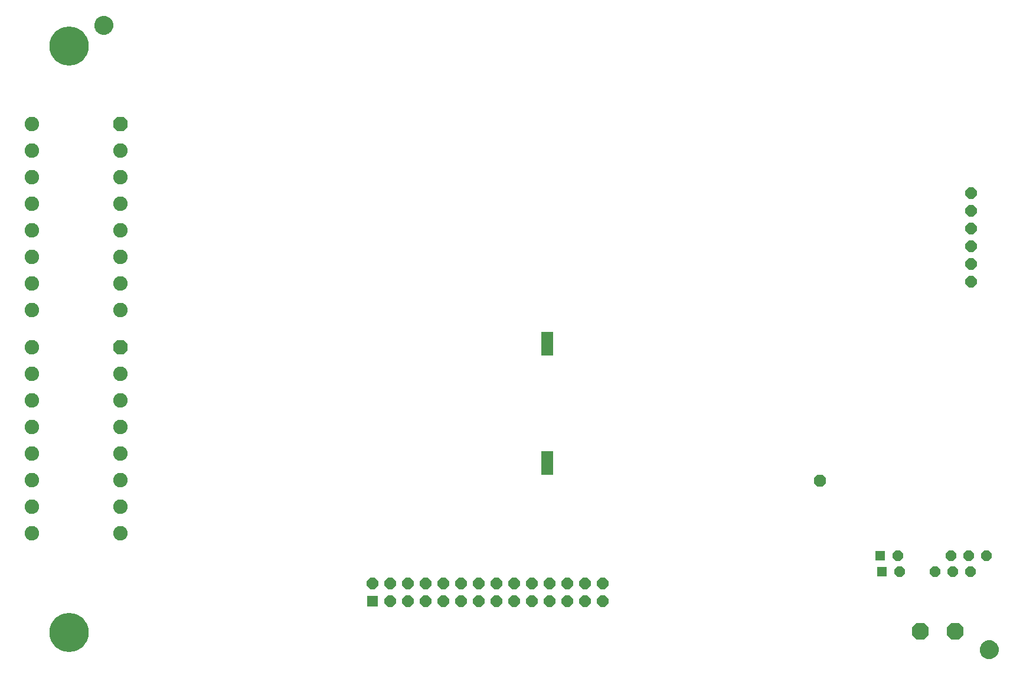
<source format=gbs>
G75*
%MOIN*%
%OFA0B0*%
%FSLAX25Y25*%
%IPPOS*%
%LPD*%
%AMOC8*
5,1,8,0,0,1.08239X$1,22.5*
%
%ADD10R,0.06500X0.13500*%
%ADD11C,0.13098*%
%ADD12OC8,0.06406*%
%ADD13R,0.06406X0.06406*%
%ADD14C,0.00500*%
%ADD15OC8,0.08177*%
%ADD16C,0.08177*%
%ADD17OC8,0.09555*%
%ADD18R,0.05815X0.05815*%
%ADD19OC8,0.05815*%
%ADD20OC8,0.06996*%
%ADD21C,0.22154*%
D10*
X0408188Y0183270D03*
X0408188Y0250520D03*
D11*
X0137995Y0087673D03*
X0137995Y0418382D03*
D12*
X0309333Y0115232D03*
X0319333Y0115232D03*
X0329333Y0115232D03*
X0339333Y0115232D03*
X0349333Y0115232D03*
X0359333Y0115232D03*
X0369333Y0115232D03*
X0379333Y0115232D03*
X0389333Y0115232D03*
X0399333Y0115232D03*
X0409333Y0115232D03*
X0419333Y0115232D03*
X0429333Y0115232D03*
X0439333Y0115232D03*
X0439333Y0105232D03*
X0429333Y0105232D03*
X0419333Y0105232D03*
X0409333Y0105232D03*
X0399333Y0105232D03*
X0389333Y0105232D03*
X0379333Y0105232D03*
X0369333Y0105232D03*
X0359333Y0105232D03*
X0349333Y0105232D03*
X0339333Y0105232D03*
X0329333Y0105232D03*
X0319333Y0105232D03*
X0647438Y0285520D03*
X0647438Y0295520D03*
X0647438Y0305520D03*
X0647438Y0315520D03*
X0647438Y0325520D03*
X0647438Y0335520D03*
D13*
X0309333Y0105232D03*
D14*
X0652680Y0077831D02*
X0652756Y0078699D01*
X0652981Y0079541D01*
X0653350Y0080331D01*
X0653850Y0081045D01*
X0654466Y0081661D01*
X0655180Y0082161D01*
X0655970Y0082529D01*
X0656812Y0082755D01*
X0657680Y0082831D01*
X0658548Y0082755D01*
X0659390Y0082529D01*
X0660180Y0082161D01*
X0660894Y0081661D01*
X0661510Y0081045D01*
X0662010Y0080331D01*
X0662378Y0079541D01*
X0662604Y0078699D01*
X0662680Y0077831D01*
X0662604Y0076962D01*
X0662378Y0076121D01*
X0662010Y0075331D01*
X0661510Y0074617D01*
X0660894Y0074000D01*
X0660180Y0073501D01*
X0659390Y0073132D01*
X0658548Y0072907D01*
X0657680Y0072831D01*
X0656812Y0072907D01*
X0655970Y0073132D01*
X0655180Y0073501D01*
X0654466Y0074000D01*
X0653850Y0074617D01*
X0653350Y0075331D01*
X0652981Y0076121D01*
X0652756Y0076962D01*
X0652680Y0077831D01*
X0652693Y0077984D02*
X0662666Y0077984D01*
X0662650Y0077485D02*
X0652710Y0077485D01*
X0652754Y0076987D02*
X0662606Y0076987D01*
X0662477Y0076488D02*
X0652883Y0076488D01*
X0653042Y0075990D02*
X0662317Y0075990D01*
X0662085Y0075491D02*
X0653275Y0075491D01*
X0653586Y0074993D02*
X0661773Y0074993D01*
X0661388Y0074494D02*
X0653972Y0074494D01*
X0654472Y0073996D02*
X0660887Y0073996D01*
X0660173Y0073497D02*
X0655187Y0073497D01*
X0656468Y0072999D02*
X0658892Y0072999D01*
X0662623Y0078482D02*
X0652737Y0078482D01*
X0652831Y0078981D02*
X0662528Y0078981D01*
X0662395Y0079479D02*
X0652965Y0079479D01*
X0653185Y0079978D02*
X0662174Y0079978D01*
X0661908Y0080477D02*
X0653452Y0080477D01*
X0653801Y0080975D02*
X0661559Y0080975D01*
X0661081Y0081474D02*
X0654278Y0081474D01*
X0654910Y0081972D02*
X0660449Y0081972D01*
X0659516Y0082471D02*
X0655844Y0082471D01*
X0160894Y0426363D02*
X0160180Y0425863D01*
X0159390Y0425494D01*
X0158548Y0425269D01*
X0157680Y0425193D01*
X0156812Y0425269D01*
X0155970Y0425494D01*
X0155180Y0425863D01*
X0154466Y0426363D01*
X0153850Y0426979D01*
X0153350Y0427693D01*
X0152981Y0428483D01*
X0152756Y0429325D01*
X0152680Y0430193D01*
X0152756Y0431061D01*
X0152981Y0431903D01*
X0153350Y0432693D01*
X0153850Y0433407D01*
X0154466Y0434023D01*
X0155180Y0434523D01*
X0155970Y0434891D01*
X0156812Y0435117D01*
X0157680Y0435193D01*
X0158548Y0435117D01*
X0159390Y0434891D01*
X0160180Y0434523D01*
X0160894Y0434023D01*
X0161510Y0433407D01*
X0162010Y0432693D01*
X0162378Y0431903D01*
X0162604Y0431061D01*
X0162680Y0430193D01*
X0162604Y0429325D01*
X0162378Y0428483D01*
X0162010Y0427693D01*
X0161510Y0426979D01*
X0160894Y0426363D01*
X0160974Y0426443D02*
X0154385Y0426443D01*
X0153887Y0426942D02*
X0161473Y0426942D01*
X0161833Y0427440D02*
X0153526Y0427440D01*
X0153235Y0427939D02*
X0162125Y0427939D01*
X0162357Y0428437D02*
X0153002Y0428437D01*
X0152860Y0428936D02*
X0162500Y0428936D01*
X0162613Y0429434D02*
X0152746Y0429434D01*
X0152703Y0429933D02*
X0162657Y0429933D01*
X0162659Y0430431D02*
X0152701Y0430431D01*
X0152744Y0430930D02*
X0162615Y0430930D01*
X0162505Y0431428D02*
X0152854Y0431428D01*
X0152992Y0431927D02*
X0162367Y0431927D01*
X0162135Y0432426D02*
X0153225Y0432426D01*
X0153511Y0432924D02*
X0161848Y0432924D01*
X0161494Y0433423D02*
X0153865Y0433423D01*
X0154364Y0433921D02*
X0160996Y0433921D01*
X0160328Y0434420D02*
X0155032Y0434420D01*
X0156069Y0434918D02*
X0159290Y0434918D01*
X0160297Y0425945D02*
X0155063Y0425945D01*
X0156149Y0425446D02*
X0159210Y0425446D01*
D15*
X0166932Y0374425D03*
X0166932Y0248441D03*
D16*
X0166932Y0233441D03*
X0166932Y0218441D03*
X0166932Y0203441D03*
X0166932Y0188441D03*
X0166932Y0173441D03*
X0166932Y0158441D03*
X0166932Y0143441D03*
X0116932Y0143441D03*
X0116932Y0158441D03*
X0116932Y0173441D03*
X0116932Y0188441D03*
X0116932Y0203441D03*
X0116932Y0218441D03*
X0116932Y0233441D03*
X0116932Y0248441D03*
X0116932Y0269425D03*
X0116932Y0284425D03*
X0116932Y0299425D03*
X0116932Y0314425D03*
X0116932Y0329425D03*
X0116932Y0344425D03*
X0116932Y0359425D03*
X0116932Y0374425D03*
X0166932Y0359425D03*
X0166932Y0344425D03*
X0166932Y0329425D03*
X0166932Y0314425D03*
X0166932Y0299425D03*
X0166932Y0284425D03*
X0166932Y0269425D03*
D17*
X0618845Y0088020D03*
X0638530Y0088020D03*
D18*
X0596938Y0121770D03*
X0595938Y0130770D03*
D19*
X0605938Y0130770D03*
X0606938Y0121770D03*
X0626938Y0121770D03*
X0636938Y0121770D03*
X0646938Y0121770D03*
X0645938Y0130770D03*
X0655938Y0130770D03*
X0635938Y0130770D03*
D20*
X0561938Y0173020D03*
D21*
X0137995Y0087673D03*
X0137995Y0418382D03*
M02*

</source>
